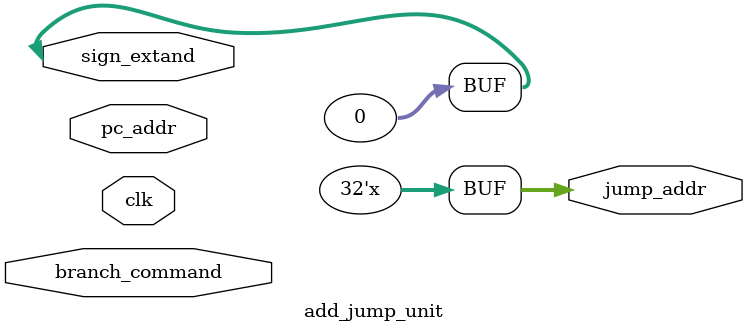
<source format=v>
`timescale 1ns / 1ps
module add_jump_unit(clk, branch_command , sign_extand, pc_addr, jump_addr);

input clk;
input branch_command;
input [31:0] sign_extand;
input [31:0] pc_addr;

output reg [31:0] jump_addr;

assign sign_extand = sign_extand << 2;

initial begin
	jump_addr = 32'b0;
end

always @(*) begin
	if(branch_command) begin
		jump_addr <= jump_addr + sign_extand;
	end
end

endmodule

</source>
